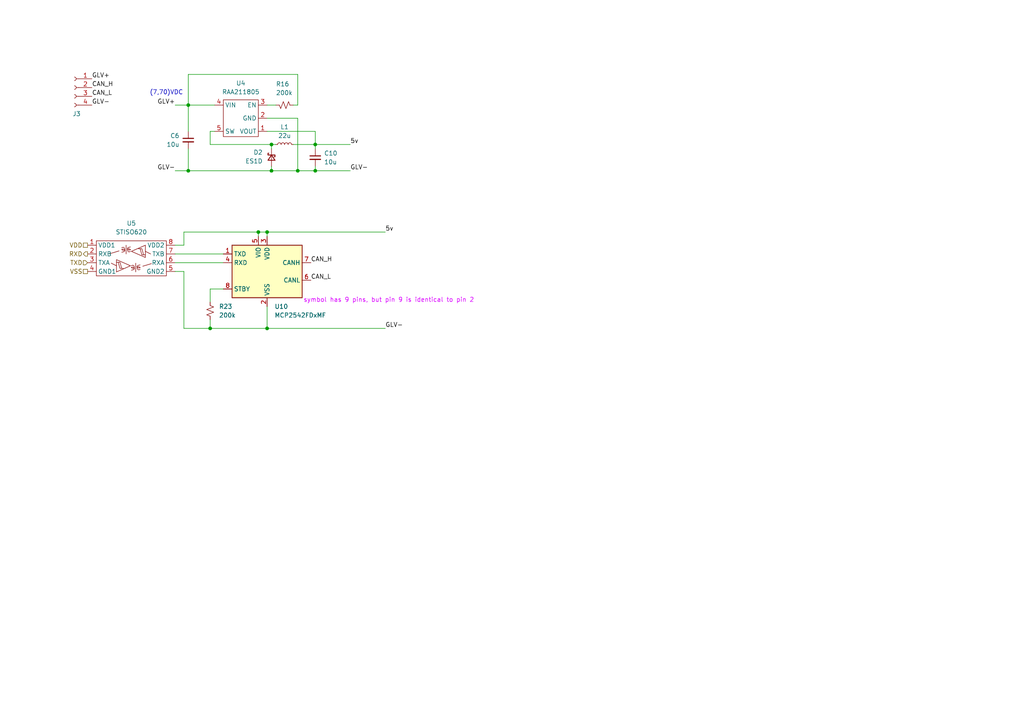
<source format=kicad_sch>
(kicad_sch (version 20250114) (generator "eeschema") (generator_version "9.0")
  (paper "A4")
  (lib_symbols
    (symbol "Connector:Conn_01x04_Socket" (pin_names (offset 1.016) (hide yes))
      (property "Reference" "J" (at 0 5.08 0))
      (property "Value" "Conn_01x04_Socket" (at 0 -7.62 0))
      (symbol "Conn_01x04_Socket_1_1"
        (polyline (pts (xy -1.27 2.54) (xy -0.508 2.54)) (stroke (width 0.1524)))
        (polyline (pts (xy -1.27 0) (xy -0.508 0)) (stroke (width 0.1524)))
        (polyline (pts (xy -1.27 -2.54) (xy -0.508 -2.54)) (stroke (width 0.1524)))
        (polyline (pts (xy -1.27 -5.08) (xy -0.508 -5.08)) (stroke (width 0.1524)))
        (arc (start 0 2.032) (mid -0.5058 2.54) (end 0 3.048) (stroke (width 0.1524)))
        (arc (start 0 -0.508) (mid -0.5058 0) (end 0 0.508) (stroke (width 0.1524)))
        (arc (start 0 -3.048) (mid -0.5058 -2.54) (end 0 -2.032) (stroke (width 0.1524)))
        (arc (start 0 -5.588) (mid -0.5058 -5.08) (end 0 -4.572) (stroke (width 0.1524)))
        (pin passive line (at -5.08 2.54 0) (length 3.81) (name "Pin_1") (number "1"))
        (pin passive line (at -5.08 0 0) (length 3.81) (name "Pin_2") (number "2"))
        (pin passive line (at -5.08 -2.54 0) (length 3.81) (name "Pin_3") (number "3"))
        (pin passive line (at -5.08 -5.08 0) (length 3.81) (name "Pin_4") (number "4"))
      )
    )
    (symbol "Device:C_Small" (pin_numbers (hide yes)) (pin_names (offset 0.254) (hide yes))
      (property "Reference" "C" (at 0.254 1.778 0))
      (property "Value" "C_Small" (at 0.254 -2.032 0))
      (symbol "C_Small_0_1"
        (polyline (pts (xy -1.524 0.508) (xy 1.524 0.508)) (stroke (width 0.3048)))
        (polyline (pts (xy -1.524 -0.508) (xy 1.524 -0.508)) (stroke (width 0.3302)))
      )
      (symbol "C_Small_1_1"
        (pin passive line (at 0 2.54 270) (length 2.032) (name "~") (number "1"))
        (pin passive line (at 0 -2.54 90) (length 2.032) (name "~") (number "2"))
      )
    )
    (symbol "Device:D_Schottky_Small" (pin_numbers (hide yes)) (pin_names (offset 0.254) (hide yes))
      (property "Reference" "D" (at -1.27 2.032 0))
      (property "Value" "D_Schottky_Small" (at -7.112 -2.032 0))
      (symbol "D_Schottky_Small_0_1"
        (polyline (pts (xy -1.27 0.762) (xy -1.27 1.016) (xy -0.762 1.016) (xy -0.762 -1.016) (xy -0.254 -1.016) (xy -0.254 -0.762)) (stroke (width 0.254)))
        (polyline (pts (xy -0.762 0) (xy 0.762 0)))
        (polyline (pts (xy 0.762 -1.016) (xy -0.762 0) (xy 0.762 1.016) (xy 0.762 -1.016)) (stroke (width 0.254)))
      )
      (symbol "D_Schottky_Small_1_1"
        (pin passive line (at -2.54 0 0) (length 1.778) (name "K") (number "1"))
        (pin passive line (at 2.54 0 180) (length 1.778) (name "A") (number "2"))
      )
    )
    (symbol "Device:L_Small" (pin_numbers (hide yes)) (pin_names (offset 0.254) (hide yes))
      (property "Reference" "L" (at 0.762 1.016 0))
      (property "Value" "L_Small" (at 0.762 -1.016 0))
      (symbol "L_Small_0_1"
        (arc (start 0 2.032) (mid 0.5058 1.524) (end 0 1.016))
        (arc (start 0 1.016) (mid 0.5058 0.508) (end 0 0))
        (arc (start 0 0) (mid 0.5058 -0.508) (end 0 -1.016))
        (arc (start 0 -1.016) (mid 0.5058 -1.524) (end 0 -2.032))
      )
      (symbol "L_Small_1_1"
        (pin passive line (at 0 2.54 270) (length 0.508) (name "~") (number "1"))
        (pin passive line (at 0 -2.54 90) (length 0.508) (name "~") (number "2"))
      )
    )
    (symbol "Device:R_Small_US" (pin_numbers (hide yes)) (pin_names (offset 0.254) (hide yes))
      (property "Reference" "R" (at 0.762 0.508 0))
      (property "Value" "R_Small_US" (at 0.762 -1.016 0))
      (symbol "R_Small_US_1_1"
        (polyline (pts (xy 0 1.524) (xy 1.016 1.143) (xy 0 0.762) (xy -1.016 0.381) (xy 0 0)))
        (polyline (pts (xy 0 0) (xy 1.016 -0.381) (xy 0 -0.762) (xy -1.016 -1.143) (xy 0 -1.524)))
        (pin passive line (at 0 2.54 270) (length 1.016) (name "~") (number "1"))
        (pin passive line (at 0 -2.54 90) (length 1.016) (name "~") (number "2"))
      )
    )
    (symbol "Interface_CAN_LIN:MCP2542FDxMF"
      (property "Reference" "U" (at -10.16 8.89 0))
      (property "Value" "MCP2542FDxMF" (at 2.54 8.89 0))
      (symbol "MCP2542FDxMF_0_1"
        (rectangle (start -10.16 7.62) (end 10.16 -7.62) (stroke (width 0.254)) (fill (type background)))
      )
      (symbol "MCP2542FDxMF_1_1"
        (pin input line (at -12.7 5.08 0) (length 2.54) (name "TXD") (number "1"))
        (pin output line (at -12.7 2.54 0) (length 2.54) (name "RXD") (number "4"))
        (pin input line (at -12.7 -5.08 0) (length 2.54) (name "STBY") (number "8"))
        (pin power_in line (at -2.54 10.16 270) (length 2.54) (name "VIO") (number "5"))
        (pin power_in line (at 0 10.16 270) (length 2.54) (name "VDD") (number "3"))
        (pin power_in line (at 0 -10.16 90) (length 2.54) (name "VSS") (number "2"))
        (pin passive line (at 0 -10.16 90) (length 2.54) (hide yes) (name "VSS") (number "9"))
        (pin bidirectional line (at 12.7 2.54 180) (length 2.54) (name "CANH") (number "7"))
        (pin bidirectional line (at 12.7 -2.54 180) (length 2.54) (name "CANL") (number "6"))
      )
    )
    (symbol "zzLocalLibrary:RAA211805"
      (property "Reference" "U" (at 0 0 0))
      (property "Value" "RAA211805" (at 0 0 0))
      (symbol "RAA211805_0_1"
        (rectangle (start -5.08 -1.016) (end 5.08 -11.684))
      )
      (symbol "RAA211805_1_1"
        (pin input line (at -7.62 -2.54 0) (length 2.54) (name "VIN") (number "4"))
        (pin input line (at -7.62 -10.16 0) (length 2.54) (name "SW") (number "5"))
        (pin input line (at 7.62 -2.54 180) (length 2.54) (name "EN") (number "3"))
        (pin input line (at 7.62 -6.35 180) (length 2.54) (name "GND") (number "2"))
        (pin input line (at 7.62 -10.16 180) (length 2.54) (name "VOUT") (number "1"))
      )
    )
    (symbol "zzLocalLibrary:STISO621"
      (property "Reference" "U" (at -0.254 6.35 0))
      (property "Value" "STISO620" (at 0 0 0))
      (symbol "STISO621_0_1"
        (rectangle (start -10.16 5.08) (end 10.16 -5.08))
        (polyline (pts (xy -5.842 -1.397) (xy -4.318 -2.159)))
        (polyline (pts (xy -4.318 -3.937) (xy -4.318 -0.381) (xy -0.254 -2.159) (xy -4.318 -3.937)))
        (polyline (pts (xy -4.064 -1.143) (xy -3.302 -1.143) (xy -2.794 -2.921) (xy -2.286 -2.921) (xy -3.302 -2.921) (xy -3.81 -1.143) (xy -4.318 -1.143)))
        (polyline (pts (xy -3.556 2.159) (xy -6.096 1.397)))
        (bezier (pts (xy -2.794 2.54) (xy -1.524 1.524) (xy -1.778 3.81) (xy -2.794 3.048)))
        (bezier (pts (xy -2.794 1.778) (xy -1.016 2.032) (xy -2.286 3.048) (xy -2.794 2.54)))
        (polyline (pts (xy -1.524 3.81) (xy -1.524 1.27)))
        (bezier (pts (xy -0.254 3.302) (xy -2.032 3.048) (xy -0.762 2.032) (xy -0.254 2.54)))
        (bezier (pts (xy -0.254 2.54) (xy -1.524 3.556) (xy -1.27 1.27) (xy -0.254 2.032)))
        (bezier (pts (xy 0 -2.667) (xy 1.27 -3.683) (xy 1.016 -1.397) (xy 0 -2.159)))
        (bezier (pts (xy 0 -3.429) (xy 1.778 -3.175) (xy 0.508 -2.159) (xy 0 -2.667)))
        (polyline (pts (xy 1.27 -3.937) (xy 1.27 -1.397)))
        (bezier (pts (xy 2.54 -1.905) (xy 0.762 -2.159) (xy 2.032 -3.175) (xy 2.54 -2.667)))
        (bezier (pts (xy 2.54 -2.667) (xy 1.27 -1.651) (xy 1.524 -3.937) (xy 2.54 -3.175)))
        (polyline (pts (xy 3.302 -2.286) (xy 5.842 -1.524)))
        (polyline (pts (xy 3.81 1.016) (xy 3.048 1.016) (xy 2.54 2.794) (xy 2.032 2.794) (xy 3.048 2.794) (xy 3.556 1.016) (xy 4.064 1.016)))
        (polyline (pts (xy 4.064 3.81) (xy 4.064 0.254) (xy 0 2.032) (xy 4.064 3.81)))
        (polyline (pts (xy 5.588 1.27) (xy 4.064 2.032)))
      )
      (symbol "STISO621_1_1"
        (pin input line (at -12.7 3.81 0) (length 2.54) (name "VDD1") (number "1"))
        (pin input line (at -12.7 1.27 0) (length 2.54) (name "RXB") (number "2"))
        (pin input line (at -12.7 -1.27 0) (length 2.54) (name "TXA") (number "3"))
        (pin input line (at -12.7 -3.81 0) (length 2.54) (name "GND1") (number "4"))
        (pin input line (at 12.7 3.81 180) (length 2.54) (name "VDD2") (number "8"))
        (pin input line (at 12.7 1.27 180) (length 2.54) (name "TXB") (number "7"))
        (pin input line (at 12.7 -1.27 180) (length 2.54) (name "RXA") (number "6"))
        (pin input line (at 12.7 -3.81 180) (length 2.54) (name "GND2") (number "5"))
      )
    )
  )
  (text "symbol has 9 pins, but pin 9 is identical to pin 2" (at 112.776 87.122 0) (effects (font (size 1.27 1.27))))
  (text "(7,70)VDC" (at 48.26 26.924 0) (effects (font (size 1.27 1.27))))
  (junction (at 91.44 41.91))
  (junction (at 74.93 67.31))
  (junction (at 54.61 49.53))
  (junction (at 60.96 95.25))
  (junction (at 86.36 49.53))
  (junction (at 54.61 30.48))
  (junction (at 91.44 49.53))
  (junction (at 77.47 67.31))
  (junction (at 78.74 41.91))
  (junction (at 77.47 95.25))
  (junction (at 78.74 49.53))
  (wire (pts (xy 78.74 49.53) (xy 86.36 49.53)))
  (wire (pts (xy 60.96 83.82) (xy 60.96 87.63)))
  (wire (pts (xy 77.47 67.31) (xy 74.93 67.31)))
  (wire (pts (xy 54.61 49.53) (xy 78.74 49.53)))
  (wire (pts (xy 77.47 38.1) (xy 91.44 38.1)))
  (wire (pts (xy 77.47 34.29) (xy 86.36 34.29)))
  (wire (pts (xy 78.74 41.91) (xy 80.01 41.91)))
  (wire (pts (xy 77.47 67.31) (xy 111.76 67.31)))
  (wire (pts (xy 86.36 30.48) (xy 86.36 21.59)))
  (wire (pts (xy 77.47 95.25) (xy 111.76 95.25)))
  (wire (pts (xy 50.8 71.12) (xy 53.34 71.12)))
  (wire (pts (xy 101.6 41.91) (xy 91.44 41.91)))
  (wire (pts (xy 86.36 49.53) (xy 86.36 34.29)))
  (wire (pts (xy 50.8 49.53) (xy 54.61 49.53)))
  (wire (pts (xy 54.61 30.48) (xy 62.23 30.48)))
  (wire (pts (xy 78.74 48.26) (xy 78.74 49.53)))
  (wire (pts (xy 53.34 95.25) (xy 60.96 95.25)))
  (wire (pts (xy 91.44 49.53) (xy 86.36 49.53)))
  (wire (pts (xy 77.47 30.48) (xy 80.01 30.48)))
  (wire (pts (xy 50.8 30.48) (xy 54.61 30.48)))
  (wire (pts (xy 60.96 41.91) (xy 78.74 41.91)))
  (wire (pts (xy 50.8 73.66) (xy 64.77 73.66)))
  (wire (pts (xy 53.34 78.74) (xy 53.34 95.25)))
  (wire (pts (xy 53.34 71.12) (xy 53.34 67.31)))
  (wire (pts (xy 50.8 76.2) (xy 64.77 76.2)))
  (wire (pts (xy 91.44 49.53) (xy 91.44 48.26)))
  (wire (pts (xy 74.93 67.31) (xy 74.93 68.58)))
  (wire (pts (xy 91.44 41.91) (xy 85.09 41.91)))
  (wire (pts (xy 60.96 95.25) (xy 77.47 95.25)))
  (wire (pts (xy 78.74 41.91) (xy 78.74 43.18)))
  (wire (pts (xy 53.34 67.31) (xy 74.93 67.31)))
  (wire (pts (xy 54.61 30.48) (xy 54.61 38.1)))
  (wire (pts (xy 54.61 21.59) (xy 54.61 30.48)))
  (wire (pts (xy 77.47 95.25) (xy 77.47 88.9)))
  (wire (pts (xy 60.96 92.71) (xy 60.96 95.25)))
  (wire (pts (xy 91.44 49.53) (xy 101.6 49.53)))
  (wire (pts (xy 85.09 30.48) (xy 86.36 30.48)))
  (wire (pts (xy 60.96 83.82) (xy 64.77 83.82)))
  (wire (pts (xy 50.8 78.74) (xy 53.34 78.74)))
  (wire (pts (xy 77.47 67.31) (xy 77.47 68.58)))
  (wire (pts (xy 62.23 38.1) (xy 60.96 38.1)))
  (wire (pts (xy 54.61 43.18) (xy 54.61 49.53)))
  (wire (pts (xy 91.44 41.91) (xy 91.44 43.18)))
  (wire (pts (xy 86.36 21.59) (xy 54.61 21.59)))
  (wire (pts (xy 60.96 38.1) (xy 60.96 41.91)))
  (wire (pts (xy 91.44 38.1) (xy 91.44 41.91)))
  (label "GLV+" (at 50.8 30.48 180))
  (label "CAN_H" (at 90.17 76.2 0))
  (label "GLV-" (at 50.8 49.53 180))
  (label "5v" (at 111.76 67.31 0))
  (label "GLV-" (at 111.76 95.25 0))
  (label "GLV-" (at 26.67 30.48 0))
  (label "CAN_H" (at 26.67 25.4 0))
  (label "5v" (at 101.6 41.91 0))
  (label "GLV+" (at 26.67 22.86 0))
  (label "CAN_L" (at 90.17 81.28 0))
  (label "CAN_L" (at 26.67 27.94 0))
  (label "GLV-" (at 101.6 49.53 0))
  (hierarchical_label "TXD" (shape input) (at 25.4 76.2 180))
  (hierarchical_label "VSS" (shape passive) (at 25.4 78.74 180))
  (hierarchical_label "VDD" (shape passive) (at 25.4 71.12 180))
  (hierarchical_label "RXD" (shape output) (at 25.4 73.66 180))
  (symbol (lib_id "Device:C_Small") (at 54.61 40.64 0) (mirror y) (unit 1)
    (property "Reference" "C6" (at 52.07 39.3762 0) (effects (justify left)))
    (property "Value" "10u" (at 52.07 41.9162 0) (effects (justify left)))
    (property "Footprint" "Capacitor_SMD:C_1206_3216Metric_Pad1.33x1.80mm_HandSolder" (effects (hide yes)))
    (property "Description" "50Vdc, 10%, +125C" (effects (hide yes)))
    (property "mouser" "https://www.mouser.com/ProductDetail/Samsung-Electro-Mechanics/CL31A106KBHNNNE?qs=sGAEpiMZZMsh%252B1woXyUXjxqcB7t9naYpzWmpMbMJIKQ%3D" (effects (hide yes)))
    (property "specs" "10uF, 50VDC, X5R, 10%, -55C, +85C" (effects (hide yes)))
    (property "unit x10" "0.07" (effects (hide yes)))
  )
  (symbol (lib_id "Device:C_Small") (at 91.44 45.72 0) (unit 1)
    (property "Reference" "C10" (at 93.98 44.4562 0) (effects (justify left)))
    (property "Value" "10u" (at 93.98 46.9962 0) (effects (justify left)))
    (property "Footprint" "Capacitor_SMD:C_1206_3216Metric_Pad1.33x1.80mm_HandSolder" (effects (hide yes)))
    (property "Description" "50Vdc, 10%, +125C" (effects (hide yes)))
    (property "mouser" "https://www.mouser.com/ProductDetail/Samsung-Electro-Mechanics/CL31A106KBHNNNE?qs=sGAEpiMZZMsh%252B1woXyUXjxqcB7t9naYpzWmpMbMJIKQ%3D" (effects (hide yes)))
    (property "specs" "10uF, 50VDC, X5R, 10%, -55C, +85C" (effects (hide yes)))
    (property "unit x10" "0.07" (effects (hide yes)))
  )
  (symbol (lib_id "Device:L_Small") (at 82.55 41.91 90) (unit 1)
    (property "Reference" "L1" (at 82.55 36.83 90))
    (property "Value" "22u" (at 82.55 39.37 90))
    (property "Footprint" "Inductor_SMD:L_1210_3225Metric_Pad1.42x2.65mm_HandSolder" (effects (hide yes)))
    (property "Description" "Inductor, small symbol" (effects (hide yes)))
    (property "mouser" "https://www.mouser.com/ProductDetail/TAIYO-YUDEN/CBC3225T220KR?qs=sGAEpiMZZMv126LJFLh8y8CHgMb6WLnpP9F%2FUnEJAO8%3D" (effects (hide yes)))
    (property "unit x10" "0.152" (effects (hide yes)))
    (property "unit x1" "0.18" (effects (hide yes)))
  )
  (symbol (lib_id "zzLocalLibrary:STISO621") (at 38.1 74.93 0) (unit 1)
    (property "Reference" "U5" (at 38.1 64.77 0))
    (property "Value" "STISO620" (at 38.1 67.31 0))
    (property "Footprint" "Package_SO:SOIC-8_7.5x5.85mm_P1.27mm" (effects (hide yes)))
    (property "mouser" "https://www.mouser.com/ProductDetail/STMicroelectronics/STISO621WTR?qs=DPoM0jnrROWnssw71EEUdg%3D%3D&srsltid=AfmBOooWor0VJktvanGRLm62GGRvBwRvNg6pgl64oBHJnTIBJyGQPB71" (effects (hide yes)))
    (property "specs" "galvanic isolation, 1.2kVDC working, 2 unidir chan, 100Mb/s, -40C, +125C" (effects (hide yes)))
    (property "unit x10" "2.22" (effects (hide yes)))
    (property "unit x1" "3.4" (effects (hide yes)))
  )
  (symbol (lib_id "Device:R_Small_US") (at 60.96 90.17 180) (unit 1)
    (property "Reference" "R23" (at 63.5 88.8999 0) (effects (justify right)))
    (property "Value" "200k" (at 63.5 91.4399 0) (effects (justify right)))
    (property "Footprint" "Resistor_SMD:R_0805_2012Metric_Pad1.20x1.40mm_HandSolder" (effects (hide yes)))
    (property "Description" "Resistor, small US symbol" (effects (hide yes)))
    (property "mouser" "https://www.mouser.com/ProductDetail/KOA-Speer/RK73H2ATTDD2003F?qs=sGAEpiMZZMtlubZbdhIBIAyoqdA8MvAxN%252BSNgJK1iJE%3D" (effects (hide yes)))
    (property "unit x10" "0.1" (effects (hide yes)))
    (property "unit x1" "0.02" (effects (hide yes)))
    (property "specs " "250mW, 200k, 1%" (effects (hide yes)))
  )
  (symbol (lib_id "Interface_CAN_LIN:MCP2542FDxMF") (at 77.47 78.74 0) (unit 1)
    (property "Reference" "U10" (at 79.6133 88.9 0) (effects (justify left)))
    (property "Value" "MCP2542FDxMF" (at 79.6133 91.44 0) (effects (justify left)))
    (property "Footprint" "Package_SO:JEITA_SOIC-8_3.9x4.9mm_P1.27mm" (effects (hide yes)))
    (property "Datasheet" "http://ww1.microchip.com/downloads/en/DeviceDoc/MCP2542FD-4FD-MCP2542WFD-4WFD-Data-Sheet20005514B.pdf" (effects (hide yes)))
    (property "Description" "CAN-FD Transceiver, Wake-Up on CAN activity, 8Mbps, 5V supply, STBY pin, 3x3 DFN-8" (effects (hide yes)))
    (property "mouser" "https://www.mouser.com/ProductDetail/579-MCP2542FD-E-SN" (effects (hide yes)))
    (property "unit x10" "0.86" (effects (hide yes)))
  )
  (symbol (lib_id "Device:R_Small_US") (at 82.55 30.48 90) (mirror x) (unit 1)
    (property "Reference" "R16" (at 80.01 24.384 90) (effects (justify right)))
    (property "Value" "200k" (at 80.01 26.924 90) (effects (justify right)))
    (property "Footprint" "Resistor_SMD:R_0805_2012Metric_Pad1.20x1.40mm_HandSolder" (effects (hide yes)))
    (property "Description" "Resistor, small US symbol" (effects (hide yes)))
    (property "mouser" "https://www.mouser.com/ProductDetail/KOA-Speer/RK73H2ATTDD2003F?qs=sGAEpiMZZMtlubZbdhIBIAyoqdA8MvAxN%252BSNgJK1iJE%3D" (effects (hide yes)))
    (property "unit x10" "0.1" (effects (hide yes)))
    (property "unit x1" "0.02" (effects (hide yes)))
    (property "specs " "250mW, 200k, 1%" (effects (hide yes)))
  )
  (symbol (lib_id "Connector:Conn_01x04_Socket") (at 21.59 25.4 0) (mirror y) (unit 1)
    (property "Reference" "J3" (at 22.225 33.02 0))
    (property "Value" "Conn_01x04_Socket" (effects (hide yes)))
    (property "Footprint" "Connector_PinHeader_2.54mm:PinHeader_1x04_P2.54mm_Vertical" (effects (hide yes)))
    (property "Description" "Generic connector, single row, 01x04, script generated" (effects (hide yes)))
  )
  (symbol (lib_id "Device:D_Schottky_Small") (at 78.74 45.72 90) (mirror x) (unit 1)
    (property "Reference" "D2" (at 76.2 44.1959 90) (effects (justify left)))
    (property "Value" "ES1D" (at 76.2 46.7359 90) (effects (justify left)))
    (property "Footprint" "Diode_SMD:D_SMA" (effects (hide yes)))
    (property "Description" "Schottky diode, small symbol" (effects (hide yes)))
    (property "mouser" "https://www.mouser.com/ProductDetail/onsemi-Fairchild/ES1C?qs=sGAEpiMZZMtbRapU8LlZDwxyh3P6uVi9ZaZE%252B629d7E%3D" (effects (hide yes)))
    (property "unit x10" "0.086" (effects (hide yes)))
    (property "specs" "920mVf, 150Vr, 1Aconstant, 15nSr,15Ar, 1.47W -50C, +150C" (effects (hide yes)))
    (property "unit x1" "0.10" (effects (hide yes)))
  )
  (symbol (lib_id "zzLocalLibrary:RAA211805") (at 69.85 27.94 0) (unit 1)
    (property "Reference" "U4" (at 69.85 24.13 0))
    (property "Value" "RAA211805" (at 69.85 26.67 0))
    (property "Footprint" "Package_TO_SOT_SMD:TSOT-23-5" (effects (hide yes)))
    (property "mouser" "https://www.mouser.com/ProductDetail/Renesas-Intersil/RAA2118054GP3JA0?qs=mELouGlnn3d87GrR1cS%2FNA%3D%3D" (effects (hide yes)))
    (property "unit x10" "0.325" (effects (hide yes)))
    (property "unit x1" "0.46" (effects (hide yes)))
  )
)
</source>
